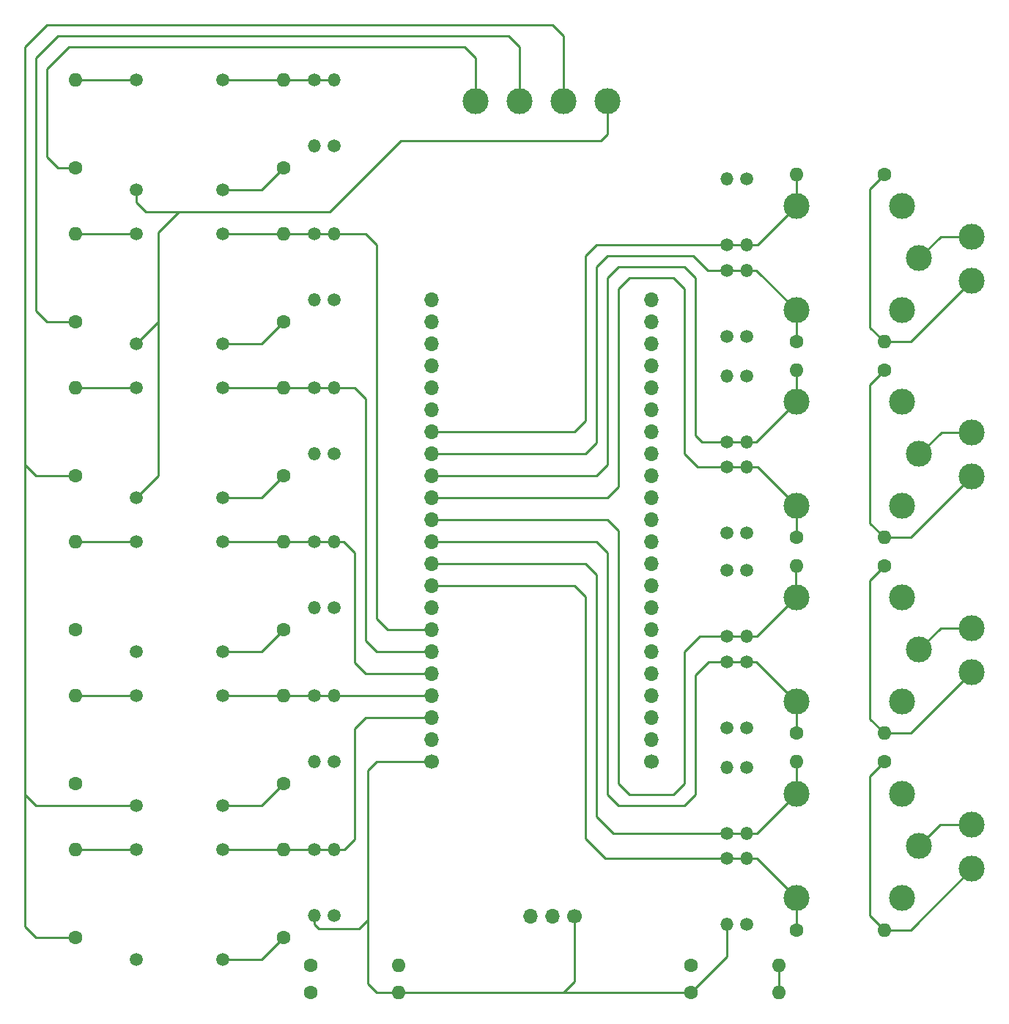
<source format=gbr>
%TF.GenerationSoftware,KiCad,Pcbnew,7.0.10*%
%TF.CreationDate,2024-03-05T20:19:52-03:00*%
%TF.ProjectId,board,626f6172-642e-46b6-9963-61645f706362,rev?*%
%TF.SameCoordinates,Original*%
%TF.FileFunction,Copper,L1,Top*%
%TF.FilePolarity,Positive*%
%FSLAX46Y46*%
G04 Gerber Fmt 4.6, Leading zero omitted, Abs format (unit mm)*
G04 Created by KiCad (PCBNEW 7.0.10) date 2024-03-05 20:19:52*
%MOMM*%
%LPD*%
G01*
G04 APERTURE LIST*
%TA.AperFunction,ComponentPad*%
%ADD10O,1.700000X1.700000*%
%TD*%
%TA.AperFunction,ComponentPad*%
%ADD11C,1.700000*%
%TD*%
%TA.AperFunction,ComponentPad*%
%ADD12C,3.000000*%
%TD*%
%TA.AperFunction,ComponentPad*%
%ADD13O,1.500000X1.500000*%
%TD*%
%TA.AperFunction,ComponentPad*%
%ADD14C,1.500000*%
%TD*%
%TA.AperFunction,ComponentPad*%
%ADD15O,1.600000X1.600000*%
%TD*%
%TA.AperFunction,ComponentPad*%
%ADD16C,1.600000*%
%TD*%
%TA.AperFunction,ComponentPad*%
%ADD17C,1.508000*%
%TD*%
%TA.AperFunction,Conductor*%
%ADD18C,0.250000*%
%TD*%
G04 APERTURE END LIST*
D10*
%TO.P,ESP32-S3_FRONT1,22,Pin_22*%
%TO.N,VCC*%
X70417000Y-52959000D03*
%TO.P,ESP32-S3_FRONT1,21,Pin_21*%
%TO.N,unconnected-(ESP32-S3_FRONT1-Pin_21-Pad21)*%
X70417000Y-55499000D03*
%TO.P,ESP32-S3_FRONT1,20,Pin_20*%
%TO.N,unconnected-(ESP32-S3_FRONT1-Pin_20-Pad20)*%
X70417000Y-58039000D03*
%TO.P,ESP32-S3_FRONT1,19,Pin_19*%
%TO.N,unconnected-(ESP32-S3_FRONT1-Pin_19-Pad19)*%
X70417000Y-60579000D03*
%TO.P,ESP32-S3_FRONT1,18,Pin_18*%
%TO.N,unconnected-(ESP32-S3_FRONT1-Pin_18-Pad18)*%
X70417000Y-63119000D03*
%TO.P,ESP32-S3_FRONT1,17,Pin_17*%
%TO.N,unconnected-(ESP32-S3_FRONT1-Pin_17-Pad17)*%
X70417000Y-65659000D03*
%TO.P,ESP32-S3_FRONT1,16,Pin_16*%
%TO.N,Current_A_50A*%
X70417000Y-68199000D03*
%TO.P,ESP32-S3_FRONT1,15,Pin_15*%
%TO.N,Current_A_200A*%
X70417000Y-70739000D03*
%TO.P,ESP32-S3_FRONT1,14,Pin_14*%
%TO.N,Current_B_50A*%
X70417000Y-73279000D03*
%TO.P,ESP32-S3_FRONT1,13,Pin_13*%
%TO.N,Current_B_200A*%
X70417000Y-75819000D03*
%TO.P,ESP32-S3_FRONT1,12,Pin_12*%
%TO.N,Current_C_50A*%
X70417000Y-78359000D03*
%TO.P,ESP32-S3_FRONT1,11,Pin_11*%
%TO.N,Current_C_200A*%
X70417000Y-80899000D03*
%TO.P,ESP32-S3_FRONT1,10,Pin_10*%
%TO.N,Current_N_150A*%
X70417000Y-83439000D03*
%TO.P,ESP32-S3_FRONT1,9,Pin_9*%
%TO.N,Current_N_600A*%
X70417000Y-85979000D03*
%TO.P,ESP32-S3_FRONT1,8,Pin_8*%
%TO.N,Line_A_Wave*%
X70417000Y-88519000D03*
%TO.P,ESP32-S3_FRONT1,7,Pin_7*%
%TO.N,Line_B_Wave*%
X70417000Y-91059000D03*
%TO.P,ESP32-S3_FRONT1,6,Pin_6*%
%TO.N,Line_C_Wave*%
X70417000Y-93599000D03*
%TO.P,ESP32-S3_FRONT1,5,Pin_5*%
%TO.N,Line_AB_Wave*%
X70417000Y-96139000D03*
%TO.P,ESP32-S3_FRONT1,4,Pin_4*%
%TO.N,Line_BC_Wave*%
X70417000Y-98679000D03*
%TO.P,ESP32-S3_FRONT1,3,Pin_3*%
%TO.N,Line_AC_Wave*%
X70417000Y-101219000D03*
%TO.P,ESP32-S3_FRONT1,2,Pin_2*%
%TO.N,unconnected-(ESP32-S3_FRONT1-Pin_2-Pad2)*%
X70417000Y-103759000D03*
D11*
%TO.P,ESP32-S3_FRONT1,1,Pin_1*%
%TO.N,GND*%
X70417000Y-106299000D03*
%TD*%
D12*
%TO.P,N  C,2,Pin_2*%
%TO.N,Line_C*%
X85657000Y-29972000D03*
%TO.P,N  C,1,Pin_1*%
%TO.N,Neutral*%
X90737000Y-29972000D03*
%TD*%
D13*
%TO.P,DZ14,2,A*%
%TO.N,Current_A_50A*%
X106812000Y-46609000D03*
D14*
%TO.P,DZ14,1,K*%
%TO.N,VCC*%
X106812000Y-38989000D03*
%TD*%
D10*
%TO.P,ESP32-S3_BACK1,22,Pin_22*%
%TO.N,unconnected-(ESP32-S3_BACK1-Pin_22-Pad22)*%
X95817000Y-52959000D03*
%TO.P,ESP32-S3_BACK1,21,Pin_21*%
%TO.N,unconnected-(ESP32-S3_BACK1-Pin_21-Pad21)*%
X95817000Y-55499000D03*
%TO.P,ESP32-S3_BACK1,20,Pin_20*%
%TO.N,unconnected-(ESP32-S3_BACK1-Pin_20-Pad20)*%
X95817000Y-58039000D03*
%TO.P,ESP32-S3_BACK1,19,Pin_19*%
%TO.N,unconnected-(ESP32-S3_BACK1-Pin_19-Pad19)*%
X95817000Y-60579000D03*
%TO.P,ESP32-S3_BACK1,18,Pin_18*%
%TO.N,unconnected-(ESP32-S3_BACK1-Pin_18-Pad18)*%
X95817000Y-63119000D03*
%TO.P,ESP32-S3_BACK1,17,Pin_17*%
%TO.N,unconnected-(ESP32-S3_BACK1-Pin_17-Pad17)*%
X95817000Y-65659000D03*
%TO.P,ESP32-S3_BACK1,16,Pin_16*%
%TO.N,unconnected-(ESP32-S3_BACK1-Pin_16-Pad16)*%
X95817000Y-68199000D03*
%TO.P,ESP32-S3_BACK1,15,Pin_15*%
%TO.N,unconnected-(ESP32-S3_BACK1-Pin_15-Pad15)*%
X95817000Y-70739000D03*
%TO.P,ESP32-S3_BACK1,14,Pin_14*%
%TO.N,unconnected-(ESP32-S3_BACK1-Pin_14-Pad14)*%
X95817000Y-73279000D03*
%TO.P,ESP32-S3_BACK1,13,Pin_13*%
%TO.N,unconnected-(ESP32-S3_BACK1-Pin_13-Pad13)*%
X95817000Y-75819000D03*
%TO.P,ESP32-S3_BACK1,12,Pin_12*%
%TO.N,unconnected-(ESP32-S3_BACK1-Pin_12-Pad12)*%
X95817000Y-78359000D03*
%TO.P,ESP32-S3_BACK1,11,Pin_11*%
%TO.N,unconnected-(ESP32-S3_BACK1-Pin_11-Pad11)*%
X95817000Y-80899000D03*
%TO.P,ESP32-S3_BACK1,10,Pin_10*%
%TO.N,unconnected-(ESP32-S3_BACK1-Pin_10-Pad10)*%
X95817000Y-83439000D03*
%TO.P,ESP32-S3_BACK1,9,Pin_9*%
%TO.N,unconnected-(ESP32-S3_BACK1-Pin_9-Pad9)*%
X95817000Y-85979000D03*
%TO.P,ESP32-S3_BACK1,8,Pin_8*%
%TO.N,unconnected-(ESP32-S3_BACK1-Pin_8-Pad8)*%
X95817000Y-88519000D03*
%TO.P,ESP32-S3_BACK1,7,Pin_7*%
%TO.N,unconnected-(ESP32-S3_BACK1-Pin_7-Pad7)*%
X95817000Y-91059000D03*
%TO.P,ESP32-S3_BACK1,6,Pin_6*%
%TO.N,unconnected-(ESP32-S3_BACK1-Pin_6-Pad6)*%
X95817000Y-93599000D03*
%TO.P,ESP32-S3_BACK1,5,Pin_5*%
%TO.N,unconnected-(ESP32-S3_BACK1-Pin_5-Pad5)*%
X95817000Y-96139000D03*
%TO.P,ESP32-S3_BACK1,4,Pin_4*%
%TO.N,unconnected-(ESP32-S3_BACK1-Pin_4-Pad4)*%
X95817000Y-98679000D03*
%TO.P,ESP32-S3_BACK1,3,Pin_3*%
%TO.N,unconnected-(ESP32-S3_BACK1-Pin_3-Pad3)*%
X95817000Y-101219000D03*
%TO.P,ESP32-S3_BACK1,2,Pin_2*%
%TO.N,unconnected-(ESP32-S3_BACK1-Pin_2-Pad2)*%
X95817000Y-103759000D03*
D11*
%TO.P,ESP32-S3_BACK1,1,Pin_1*%
%TO.N,unconnected-(ESP32-S3_BACK1-Pin_1-Pad1)*%
X95817000Y-106299000D03*
%TD*%
D15*
%TO.P,R11,2*%
%TO.N,Line_AC_Load*%
X29269000Y-116459000D03*
D16*
%TO.P,R11,1*%
%TO.N,Line_C*%
X29269000Y-126619000D03*
%TD*%
D13*
%TO.P,DZ18,2,A*%
%TO.N,Current_B_50A*%
X106812000Y-69342000D03*
D14*
%TO.P,DZ18,1,K*%
%TO.N,VCC*%
X106812000Y-61722000D03*
%TD*%
D13*
%TO.P,DZ20,2,A*%
%TO.N,Current_B_200A*%
X106812000Y-72263000D03*
D14*
%TO.P,DZ20,1,K*%
%TO.N,VCC*%
X106812000Y-79883000D03*
%TD*%
D17*
%TO.P,T4,4*%
%TO.N,Line_AB_Wave*%
X46287000Y-80899000D03*
%TO.P,T4,3*%
%TO.N,V_Ref_V*%
X46287000Y-93599000D03*
%TO.P,T4,2*%
%TO.N,Line_B*%
X36287000Y-93599000D03*
%TO.P,T4,1*%
%TO.N,Line_AB_Load*%
X36287000Y-80899000D03*
%TD*%
D15*
%TO.P,R23,2*%
%TO.N,V_Ref_C*%
X110568000Y-129794000D03*
D16*
%TO.P,R23,1*%
%TO.N,VCC*%
X100408000Y-129794000D03*
%TD*%
D12*
%TO.P,Current N,2,Pin_2*%
%TO.N,N_Current*%
X132811000Y-113569000D03*
%TO.P,Current N,1,Pin_1*%
%TO.N,V_Ref_C*%
X132811000Y-118649000D03*
%TD*%
D13*
%TO.P,DZ22,2,A*%
%TO.N,Current_C_50A*%
X106812000Y-91821000D03*
D14*
%TO.P,DZ22,1,K*%
%TO.N,VCC*%
X106812000Y-84201000D03*
%TD*%
D13*
%TO.P,DZ25,2,A*%
%TO.N,GND*%
X104526000Y-106934000D03*
D14*
%TO.P,DZ25,1,K*%
%TO.N,Current_N_150A*%
X104526000Y-114554000D03*
%TD*%
D15*
%TO.P,R21,2*%
%TO.N,VCC*%
X66607000Y-129794000D03*
D16*
%TO.P,R21,1*%
%TO.N,V_Ref_V*%
X56447000Y-129794000D03*
%TD*%
D14*
%TO.P,DZ19,2,A*%
%TO.N,GND*%
X104526000Y-79883000D03*
%TO.P,DZ19,1,K*%
%TO.N,Current_B_200A*%
X104526000Y-72263000D03*
%TD*%
%TO.P,DZ24,2,A*%
%TO.N,Current_C_200A*%
X106812000Y-94742000D03*
%TO.P,DZ24,1,K*%
%TO.N,VCC*%
X106812000Y-102362000D03*
%TD*%
D13*
%TO.P,DZ2,2,A*%
%TO.N,Line_A_Wave*%
X59114000Y-27559000D03*
D14*
%TO.P,DZ2,1,K*%
%TO.N,VCC*%
X59114000Y-35179000D03*
%TD*%
D12*
%TO.P,K1,A2*%
%TO.N,GND*%
X124727000Y-54133000D03*
%TO.P,K1,A1*%
%TO.N,Select_Current*%
X124727000Y-42133000D03*
%TO.P,K1,14*%
%TO.N,Current_A_50A*%
X112527000Y-42133000D03*
%TO.P,K1,12*%
%TO.N,Current_A_200A*%
X112527000Y-54133000D03*
%TO.P,K1,11*%
%TO.N,A_Current*%
X126727000Y-48133000D03*
%TD*%
D13*
%TO.P,DZ7,2,A*%
%TO.N,GND*%
X56828000Y-88519000D03*
D14*
%TO.P,DZ7,1,K*%
%TO.N,Line_AB_Wave*%
X56828000Y-80899000D03*
%TD*%
%TO.P,DZ15,2,A*%
%TO.N,GND*%
X104526000Y-57150000D03*
%TO.P,DZ15,1,K*%
%TO.N,Current_A_200A*%
X104526000Y-49530000D03*
%TD*%
D12*
%TO.P,Current C,2,Pin_2*%
%TO.N,C_Current*%
X132811000Y-90836000D03*
%TO.P,Current C,1,Pin_1*%
%TO.N,V_Ref_C*%
X132811000Y-95916000D03*
%TD*%
D17*
%TO.P,T2,4*%
%TO.N,Line_B_Wave*%
X46277000Y-45339000D03*
%TO.P,T2,3*%
%TO.N,V_Ref_V*%
X46277000Y-58039000D03*
%TO.P,T2,2*%
%TO.N,Neutral*%
X36277000Y-58039000D03*
%TO.P,T2,1*%
%TO.N,Line_B_Load*%
X36277000Y-45339000D03*
%TD*%
%TO.P,T3,4*%
%TO.N,Line_C_Wave*%
X46287000Y-63119000D03*
%TO.P,T3,3*%
%TO.N,V_Ref_V*%
X46287000Y-75819000D03*
%TO.P,T3,2*%
%TO.N,Neutral*%
X36287000Y-75819000D03*
%TO.P,T3,1*%
%TO.N,Line_C_Load*%
X36287000Y-63119000D03*
%TD*%
D12*
%TO.P,Current B,2,Pin_2*%
%TO.N,B_Current*%
X132811000Y-68230000D03*
%TO.P,Current B,1,Pin_1*%
%TO.N,V_Ref_C*%
X132811000Y-73310000D03*
%TD*%
D13*
%TO.P,DZ13,2,A*%
%TO.N,GND*%
X104526000Y-38989000D03*
D14*
%TO.P,DZ13,1,K*%
%TO.N,Current_A_50A*%
X104526000Y-46609000D03*
%TD*%
D15*
%TO.P,R17,2*%
%TO.N,Current_C_50A*%
X112527000Y-83693000D03*
D16*
%TO.P,R17,1*%
%TO.N,V_Ref_C*%
X122687000Y-83693000D03*
%TD*%
D15*
%TO.P,R7,2*%
%TO.N,Line_AB_Load*%
X29287000Y-80899000D03*
D16*
%TO.P,R7,1*%
%TO.N,Line_A*%
X29287000Y-91059000D03*
%TD*%
D11*
%TO.P,Current Level,1,A*%
%TO.N,GND*%
X86912000Y-124104000D03*
D10*
%TO.P,Current Level,2,B*%
%TO.N,Select_Current*%
X84372000Y-124104000D03*
%TO.P,Current Level,3,C*%
%TO.N,VCC*%
X81832000Y-124104000D03*
%TD*%
D12*
%TO.P,Current A,2,Pin_2*%
%TO.N,A_Current*%
X132811000Y-45624000D03*
%TO.P,Current A,1,Pin_1*%
%TO.N,V_Ref_C*%
X132811000Y-50704000D03*
%TD*%
D15*
%TO.P,R12,2*%
%TO.N,Line_AC_Wave*%
X53272000Y-116459000D03*
D16*
%TO.P,R12,1*%
%TO.N,V_Ref_V*%
X53272000Y-126619000D03*
%TD*%
D15*
%TO.P,R15,2*%
%TO.N,Current_B_50A*%
X112527000Y-61087000D03*
D16*
%TO.P,R15,1*%
%TO.N,V_Ref_C*%
X122687000Y-61087000D03*
%TD*%
D17*
%TO.P,T1,4*%
%TO.N,Line_A_Wave*%
X46287000Y-27559000D03*
%TO.P,T1,3*%
%TO.N,V_Ref_V*%
X46287000Y-40259000D03*
%TO.P,T1,2*%
%TO.N,Neutral*%
X36287000Y-40259000D03*
%TO.P,T1,1*%
%TO.N,Line_A_Load*%
X36287000Y-27559000D03*
%TD*%
D13*
%TO.P,DZ10,2,A*%
%TO.N,Line_BC_Wave*%
X59114000Y-98679000D03*
D14*
%TO.P,DZ10,1,K*%
%TO.N,VCC*%
X59114000Y-106299000D03*
%TD*%
D15*
%TO.P,R16,2*%
%TO.N,V_Ref_C*%
X122687000Y-80391000D03*
D16*
%TO.P,R16,1*%
%TO.N,Current_B_200A*%
X112527000Y-80391000D03*
%TD*%
D15*
%TO.P,R6,2*%
%TO.N,Line_C_Wave*%
X53272000Y-63119000D03*
D16*
%TO.P,R6,1*%
%TO.N,V_Ref_V*%
X53272000Y-73279000D03*
%TD*%
D13*
%TO.P,DZ27,2,A*%
%TO.N,GND*%
X104526000Y-125095000D03*
D14*
%TO.P,DZ27,1,K*%
%TO.N,Current_N_600A*%
X104526000Y-117475000D03*
%TD*%
D13*
%TO.P,DZ3,2,A*%
%TO.N,GND*%
X56828000Y-52959000D03*
D14*
%TO.P,DZ3,1,K*%
%TO.N,Line_B_Wave*%
X56828000Y-45339000D03*
%TD*%
D13*
%TO.P,DZ8,2,A*%
%TO.N,Line_AB_Wave*%
X59114000Y-80899000D03*
D14*
%TO.P,DZ8,1,K*%
%TO.N,VCC*%
X59114000Y-88519000D03*
%TD*%
D12*
%TO.P,K4,A2*%
%TO.N,GND*%
X124727000Y-121982000D03*
%TO.P,K4,A1*%
%TO.N,Select_Current*%
X124727000Y-109982000D03*
%TO.P,K4,14*%
%TO.N,Current_N_150A*%
X112527000Y-109982000D03*
%TO.P,K4,12*%
%TO.N,Current_N_600A*%
X112527000Y-121982000D03*
%TO.P,K4,11*%
%TO.N,N_Current*%
X126727000Y-115982000D03*
%TD*%
D15*
%TO.P,R4,2*%
%TO.N,Line_B_Wave*%
X53272000Y-45339000D03*
D16*
%TO.P,R4,1*%
%TO.N,V_Ref_V*%
X53272000Y-55499000D03*
%TD*%
D15*
%TO.P,R10,2*%
%TO.N,Line_BC_Wave*%
X53272000Y-98679000D03*
D16*
%TO.P,R10,1*%
%TO.N,V_Ref_V*%
X53272000Y-108839000D03*
%TD*%
D13*
%TO.P,DZ4,2,A*%
%TO.N,Line_B_Wave*%
X59114000Y-45339000D03*
D14*
%TO.P,DZ4,1,K*%
%TO.N,VCC*%
X59114000Y-52959000D03*
%TD*%
D12*
%TO.P,B  A,2,Pin_2*%
%TO.N,Line_A*%
X75497000Y-29972000D03*
%TO.P,B  A,1,Pin_1*%
%TO.N,Line_B*%
X80577000Y-29972000D03*
%TD*%
D15*
%TO.P,R22,2*%
%TO.N,GND*%
X66607000Y-132969000D03*
D16*
%TO.P,R22,1*%
%TO.N,V_Ref_V*%
X56447000Y-132969000D03*
%TD*%
D15*
%TO.P,R13,2*%
%TO.N,Current_A_50A*%
X112527000Y-38481000D03*
D16*
%TO.P,R13,1*%
%TO.N,V_Ref_C*%
X122687000Y-38481000D03*
%TD*%
D15*
%TO.P,R1,2*%
%TO.N,Line_A_Load*%
X29287000Y-27559000D03*
D16*
%TO.P,R1,1*%
%TO.N,Line_A*%
X29287000Y-37719000D03*
%TD*%
D13*
%TO.P,DZ12,2,A*%
%TO.N,Line_AC_Wave*%
X59114000Y-116459000D03*
D14*
%TO.P,DZ12,1,K*%
%TO.N,VCC*%
X59114000Y-124079000D03*
%TD*%
D13*
%TO.P,DZ16,2,A*%
%TO.N,Current_A_200A*%
X106812000Y-49530000D03*
D14*
%TO.P,DZ16,1,K*%
%TO.N,VCC*%
X106812000Y-57150000D03*
%TD*%
D12*
%TO.P,K2,A2*%
%TO.N,GND*%
X124727000Y-76739000D03*
%TO.P,K2,A1*%
%TO.N,Select_Current*%
X124727000Y-64739000D03*
%TO.P,K2,14*%
%TO.N,Current_B_50A*%
X112527000Y-64739000D03*
%TO.P,K2,12*%
%TO.N,Current_B_200A*%
X112527000Y-76739000D03*
%TO.P,K2,11*%
%TO.N,B_Current*%
X126727000Y-70739000D03*
%TD*%
D13*
%TO.P,DZ28,2,A*%
%TO.N,Current_N_600A*%
X106812000Y-117475000D03*
D14*
%TO.P,DZ28,1,K*%
%TO.N,VCC*%
X106812000Y-125095000D03*
%TD*%
D15*
%TO.P,R2,2*%
%TO.N,Line_A_Wave*%
X53272000Y-27559000D03*
D16*
%TO.P,R2,1*%
%TO.N,V_Ref_V*%
X53272000Y-37719000D03*
%TD*%
D14*
%TO.P,DZ23,2,A*%
%TO.N,GND*%
X104526000Y-102362000D03*
%TO.P,DZ23,1,K*%
%TO.N,Current_C_200A*%
X104526000Y-94742000D03*
%TD*%
D12*
%TO.P,K3,A2*%
%TO.N,GND*%
X124727000Y-99345000D03*
%TO.P,K3,A1*%
%TO.N,Select_Current*%
X124727000Y-87345000D03*
%TO.P,K3,14*%
%TO.N,Current_C_50A*%
X112527000Y-87345000D03*
%TO.P,K3,12*%
%TO.N,Current_C_200A*%
X112527000Y-99345000D03*
%TO.P,K3,11*%
%TO.N,C_Current*%
X126727000Y-93345000D03*
%TD*%
D15*
%TO.P,R3,2*%
%TO.N,Line_B_Load*%
X29287000Y-45339000D03*
D16*
%TO.P,R3,1*%
%TO.N,Line_B*%
X29287000Y-55499000D03*
%TD*%
D14*
%TO.P,DZ21,2,A*%
%TO.N,GND*%
X104526000Y-84201000D03*
%TO.P,DZ21,1,K*%
%TO.N,Current_C_50A*%
X104526000Y-91821000D03*
%TD*%
D13*
%TO.P,DZ5,2,A*%
%TO.N,GND*%
X56828000Y-70729000D03*
D14*
%TO.P,DZ5,1,K*%
%TO.N,Line_C_Wave*%
X56828000Y-63109000D03*
%TD*%
D15*
%TO.P,R8,2*%
%TO.N,Line_AB_Wave*%
X53272000Y-80899000D03*
D16*
%TO.P,R8,1*%
%TO.N,V_Ref_V*%
X53272000Y-91059000D03*
%TD*%
D17*
%TO.P,T5,4*%
%TO.N,Line_BC_Wave*%
X46287000Y-98679000D03*
%TO.P,T5,3*%
%TO.N,V_Ref_V*%
X46287000Y-111379000D03*
%TO.P,T5,2*%
%TO.N,Line_C*%
X36287000Y-111379000D03*
%TO.P,T5,1*%
%TO.N,Line_BC_Load*%
X36287000Y-98679000D03*
%TD*%
D15*
%TO.P,R24,2*%
%TO.N,V_Ref_C*%
X110549000Y-132969000D03*
D16*
%TO.P,R24,1*%
%TO.N,GND*%
X100389000Y-132969000D03*
%TD*%
D15*
%TO.P,R20,2*%
%TO.N,V_Ref_C*%
X122687000Y-125730000D03*
D16*
%TO.P,R20,1*%
%TO.N,Current_N_600A*%
X112527000Y-125730000D03*
%TD*%
D15*
%TO.P,R9,2*%
%TO.N,Line_BC_Load*%
X29287000Y-98679000D03*
D16*
%TO.P,R9,1*%
%TO.N,Line_B*%
X29287000Y-108839000D03*
%TD*%
D15*
%TO.P,R18,2*%
%TO.N,V_Ref_C*%
X122687000Y-102997000D03*
D16*
%TO.P,R18,1*%
%TO.N,Current_C_200A*%
X112527000Y-102997000D03*
%TD*%
D13*
%TO.P,DZ6,2,A*%
%TO.N,Line_C_Wave*%
X59114000Y-63119000D03*
D14*
%TO.P,DZ6,1,K*%
%TO.N,VCC*%
X59114000Y-70739000D03*
%TD*%
D13*
%TO.P,DZ26,2,A*%
%TO.N,Current_N_150A*%
X106812000Y-114554000D03*
D14*
%TO.P,DZ26,1,K*%
%TO.N,VCC*%
X106812000Y-106934000D03*
%TD*%
D17*
%TO.P,T6,4*%
%TO.N,Line_AC_Wave*%
X46287000Y-116459000D03*
%TO.P,T6,3*%
%TO.N,V_Ref_V*%
X46287000Y-129159000D03*
%TO.P,T6,2*%
%TO.N,Line_A*%
X36287000Y-129159000D03*
%TO.P,T6,1*%
%TO.N,Line_AC_Load*%
X36287000Y-116459000D03*
%TD*%
D13*
%TO.P,DZ11,2,A*%
%TO.N,GND*%
X56823000Y-124074000D03*
D14*
%TO.P,DZ11,1,K*%
%TO.N,Line_AC_Wave*%
X56823000Y-116454000D03*
%TD*%
D15*
%TO.P,R14,2*%
%TO.N,V_Ref_C*%
X122687000Y-57785000D03*
D16*
%TO.P,R14,1*%
%TO.N,Current_A_200A*%
X112527000Y-57785000D03*
%TD*%
D15*
%TO.P,R5,2*%
%TO.N,Line_C_Load*%
X29287000Y-63119000D03*
D16*
%TO.P,R5,1*%
%TO.N,Line_C*%
X29287000Y-73279000D03*
%TD*%
D13*
%TO.P,DZ17,2,A*%
%TO.N,GND*%
X104526000Y-61722000D03*
D14*
%TO.P,DZ17,1,K*%
%TO.N,Current_B_50A*%
X104526000Y-69342000D03*
%TD*%
D13*
%TO.P,DZ9,2,A*%
%TO.N,GND*%
X56828000Y-106299000D03*
D14*
%TO.P,DZ9,1,K*%
%TO.N,Line_BC_Wave*%
X56828000Y-98679000D03*
%TD*%
D13*
%TO.P,DZ1,2,A*%
%TO.N,GND*%
X56828000Y-35179000D03*
D14*
%TO.P,DZ1,1,K*%
%TO.N,Line_A_Wave*%
X56828000Y-27559000D03*
%TD*%
D15*
%TO.P,R19,2*%
%TO.N,Current_N_150A*%
X112527000Y-106299000D03*
D16*
%TO.P,R19,1*%
%TO.N,V_Ref_C*%
X122687000Y-106299000D03*
%TD*%
D18*
%TO.N,Current_A_50A*%
X89467000Y-46609000D02*
X88197000Y-47879000D01*
X104526000Y-46609000D02*
X89467000Y-46609000D01*
X86927000Y-68199000D02*
X70417000Y-68199000D01*
X88197000Y-47879000D02*
X88197000Y-66929000D01*
X88197000Y-66929000D02*
X86927000Y-68199000D01*
%TO.N,Line_AC_Wave*%
X59109000Y-116454000D02*
X59114000Y-116459000D01*
X61527000Y-115252500D02*
X61527000Y-102489000D01*
X61527000Y-102489000D02*
X62797000Y-101219000D01*
X56823000Y-116454000D02*
X59109000Y-116454000D01*
X53272000Y-116459000D02*
X56818000Y-116459000D01*
X53272000Y-116459000D02*
X46287000Y-116459000D01*
X56818000Y-116459000D02*
X56823000Y-116454000D01*
X62797000Y-101219000D02*
X70417000Y-101219000D01*
X59114000Y-116459000D02*
X60320500Y-116459000D01*
X60320500Y-116459000D02*
X61527000Y-115252500D01*
%TO.N,GND*%
X100389000Y-132969000D02*
X104526000Y-128832000D01*
X58987000Y-125603000D02*
X57336000Y-125603000D01*
X63051000Y-131953000D02*
X63051000Y-124587000D01*
X66607000Y-132969000D02*
X64067000Y-132969000D01*
X85657000Y-132969000D02*
X100389000Y-132969000D01*
X64067000Y-132969000D02*
X63051000Y-131953000D01*
X70417000Y-106299000D02*
X64067000Y-106299000D01*
X86912000Y-124104000D02*
X86912000Y-131714000D01*
X104526000Y-128832000D02*
X104526000Y-125095000D01*
X86912000Y-131714000D02*
X85657000Y-132969000D01*
X57336000Y-125603000D02*
X56823000Y-125090000D01*
X56823000Y-125090000D02*
X56823000Y-124074000D01*
X63051000Y-107315000D02*
X63051000Y-124587000D01*
X64067000Y-106299000D02*
X63051000Y-107315000D01*
X63051000Y-124587000D02*
X62035000Y-125603000D01*
X62035000Y-125603000D02*
X58987000Y-125603000D01*
X66607000Y-132969000D02*
X85657000Y-132969000D01*
%TO.N,Line_BC_Wave*%
X59114000Y-98679000D02*
X70417000Y-98679000D01*
X46287000Y-98679000D02*
X53272000Y-98679000D01*
X53272000Y-98679000D02*
X56828000Y-98679000D01*
X59114000Y-98679000D02*
X56828000Y-98679000D01*
%TO.N,Line_AB_Wave*%
X61527000Y-94869000D02*
X62797000Y-96139000D01*
X46287000Y-80899000D02*
X53272000Y-80899000D01*
X59114000Y-80899000D02*
X60257000Y-80899000D01*
X60257000Y-80899000D02*
X61527000Y-82169000D01*
X62797000Y-96139000D02*
X70417000Y-96139000D01*
X59114000Y-80899000D02*
X56828000Y-80899000D01*
X53272000Y-80899000D02*
X56828000Y-80899000D01*
X61527000Y-82169000D02*
X61527000Y-94869000D01*
%TO.N,Line_C_Wave*%
X46287000Y-63119000D02*
X53272000Y-63119000D01*
X62797000Y-64389000D02*
X62797000Y-92329000D01*
X61527000Y-63119000D02*
X62797000Y-64389000D01*
X53272000Y-63119000D02*
X56818000Y-63119000D01*
X56818000Y-63119000D02*
X56828000Y-63109000D01*
X64067000Y-93599000D02*
X70417000Y-93599000D01*
X62797000Y-92329000D02*
X64067000Y-93599000D01*
X56828000Y-63109000D02*
X59104000Y-63109000D01*
X59114000Y-63119000D02*
X61527000Y-63119000D01*
%TO.N,Line_B_Wave*%
X65337000Y-91059000D02*
X64067000Y-89789000D01*
X59114000Y-45339000D02*
X56828000Y-45339000D01*
X70417000Y-91059000D02*
X65337000Y-91059000D01*
X46277000Y-45339000D02*
X53272000Y-45339000D01*
X64067000Y-89789000D02*
X64067000Y-46609000D01*
X53272000Y-45339000D02*
X56828000Y-45339000D01*
X62797000Y-45339000D02*
X59114000Y-45339000D01*
X64067000Y-46609000D02*
X62797000Y-45339000D01*
%TO.N,Line_A_Wave*%
X56828000Y-27559000D02*
X59114000Y-27559000D01*
X46287000Y-27559000D02*
X53272000Y-27559000D01*
X53272000Y-27559000D02*
X56828000Y-27559000D01*
%TO.N,Current_A_50A*%
X106812000Y-46609000D02*
X108051000Y-46609000D01*
X112527000Y-42133000D02*
X112527000Y-38481000D01*
X108051000Y-46609000D02*
X112527000Y-42133000D01*
X104526000Y-46609000D02*
X106812000Y-46609000D01*
%TO.N,Current_A_200A*%
X107924000Y-49530000D02*
X112527000Y-54133000D01*
X106812000Y-49530000D02*
X107924000Y-49530000D01*
X100643000Y-47879000D02*
X102294000Y-49530000D01*
X89467000Y-69469000D02*
X89467000Y-49149000D01*
X70417000Y-70739000D02*
X88197000Y-70739000D01*
X112527000Y-54133000D02*
X112527000Y-57785000D01*
X88197000Y-70739000D02*
X89467000Y-69469000D01*
X102294000Y-49530000D02*
X104526000Y-49530000D01*
X104526000Y-49530000D02*
X106812000Y-49530000D01*
X90737000Y-47879000D02*
X100643000Y-47879000D01*
X89467000Y-49149000D02*
X90737000Y-47879000D01*
%TO.N,Current_B_50A*%
X104526000Y-69342000D02*
X101656500Y-69342000D01*
X100897000Y-50419000D02*
X99627000Y-49149000D01*
X106812000Y-69342000D02*
X107924000Y-69342000D01*
X107924000Y-69342000D02*
X112527000Y-64739000D01*
X99627000Y-49149000D02*
X92007000Y-49149000D01*
X89467000Y-73279000D02*
X70417000Y-73279000D01*
X104526000Y-69342000D02*
X106812000Y-69342000D01*
X100897000Y-68582500D02*
X100897000Y-50414000D01*
X90737000Y-50419000D02*
X90737000Y-72009000D01*
X92007000Y-49149000D02*
X90737000Y-50419000D01*
X90737000Y-72009000D02*
X89467000Y-73279000D01*
X112527000Y-61087000D02*
X112527000Y-64739000D01*
X101656500Y-69342000D02*
X100897000Y-68582500D01*
%TO.N,Current_B_200A*%
X104526000Y-72263000D02*
X106812000Y-72263000D01*
X98357000Y-50419000D02*
X99627000Y-51689000D01*
X101151000Y-72263000D02*
X104526000Y-72263000D01*
X99627000Y-51689000D02*
X99627000Y-70739000D01*
X92007000Y-51689000D02*
X93277000Y-50419000D01*
X108051000Y-72263000D02*
X106812000Y-72263000D01*
X92007000Y-74549000D02*
X92007000Y-51689000D01*
X93277000Y-50419000D02*
X98357000Y-50419000D01*
X90737000Y-75819000D02*
X92007000Y-74549000D01*
X112527000Y-76739000D02*
X108051000Y-72263000D01*
X104366604Y-72263000D02*
X104526000Y-72263000D01*
X112527000Y-76739000D02*
X112527000Y-80391000D01*
X70417000Y-75819000D02*
X90737000Y-75819000D01*
X99627000Y-70739000D02*
X101151000Y-72263000D01*
%TO.N,Current_N_600A*%
X90483000Y-117475000D02*
X104526000Y-117475000D01*
X108020000Y-117475000D02*
X106812000Y-117475000D01*
X104526000Y-117475000D02*
X106812000Y-117475000D01*
X88197000Y-115189000D02*
X90483000Y-117475000D01*
X112527000Y-125730000D02*
X112527000Y-121982000D01*
X112527000Y-121982000D02*
X108020000Y-117475000D01*
X88197000Y-87249000D02*
X88197000Y-115189000D01*
X70417000Y-85979000D02*
X86927000Y-85979000D01*
X86927000Y-85979000D02*
X88197000Y-87249000D01*
%TO.N,Current_N_150A*%
X89467000Y-84709000D02*
X88197000Y-83439000D01*
X112527000Y-106299000D02*
X112527000Y-109982000D01*
X89467000Y-112649000D02*
X89467000Y-84709000D01*
X107955000Y-114554000D02*
X106812000Y-114554000D01*
X112527000Y-109982000D02*
X107955000Y-114554000D01*
X88197000Y-83439000D02*
X70417000Y-83439000D01*
X104526000Y-114554000D02*
X106812000Y-114554000D01*
X91372000Y-114554000D02*
X89467000Y-112649000D01*
X104526000Y-114554000D02*
X91372000Y-114554000D01*
%TO.N,Current_C_50A*%
X92007000Y-79629000D02*
X92007000Y-108839000D01*
X112473000Y-87345000D02*
X107997000Y-91821000D01*
X112473000Y-83747000D02*
X112527000Y-83693000D01*
X99627000Y-108839000D02*
X99627000Y-93599000D01*
X70417000Y-78359000D02*
X90737000Y-78359000D01*
X112473000Y-87345000D02*
X112473000Y-83747000D01*
X90737000Y-78359000D02*
X92007000Y-79629000D01*
X93277000Y-110109000D02*
X98357000Y-110109000D01*
X101405000Y-91821000D02*
X104526000Y-91821000D01*
X106812000Y-91821000D02*
X104526000Y-91821000D01*
X98357000Y-110109000D02*
X99627000Y-108839000D01*
X99627000Y-93599000D02*
X101405000Y-91821000D01*
X107997000Y-91821000D02*
X106812000Y-91821000D01*
X92007000Y-108839000D02*
X93277000Y-110109000D01*
%TO.N,Current_C_200A*%
X107870000Y-94742000D02*
X106812000Y-94742000D01*
X90737000Y-82169000D02*
X90737000Y-110109000D01*
X92007000Y-111379000D02*
X99627000Y-111379000D01*
X99627000Y-111379000D02*
X100897000Y-110109000D01*
X112527000Y-102997000D02*
X112527000Y-99345000D01*
X112473000Y-99345000D02*
X107870000Y-94742000D01*
X100897000Y-96266000D02*
X102421000Y-94742000D01*
X100897000Y-110109000D02*
X100897000Y-96266000D01*
X106812000Y-94742000D02*
X104526000Y-94742000D01*
X90737000Y-110109000D02*
X92007000Y-111379000D01*
X102421000Y-94742000D02*
X104526000Y-94742000D01*
X70417000Y-80899000D02*
X89467000Y-80899000D01*
X89467000Y-80899000D02*
X90737000Y-82169000D01*
%TO.N,Line_B*%
X79307000Y-22479000D02*
X27237000Y-22479000D01*
X24697000Y-25019000D02*
X24697000Y-54229000D01*
X27237000Y-22479000D02*
X24697000Y-25019000D01*
X80577000Y-29972000D02*
X80577000Y-23749000D01*
X24697000Y-54229000D02*
X25967000Y-55499000D01*
X25967000Y-55499000D02*
X29287000Y-55499000D01*
X80577000Y-23749000D02*
X79307000Y-22479000D01*
%TO.N,Line_A*%
X25967000Y-36449000D02*
X27237000Y-37719000D01*
X75497000Y-25019000D02*
X74227000Y-23749000D01*
X75497000Y-29972000D02*
X75497000Y-25019000D01*
X27237000Y-37719000D02*
X29287000Y-37719000D01*
X28507000Y-23749000D02*
X25967000Y-26289000D01*
X25967000Y-26289000D02*
X25967000Y-36449000D01*
X74227000Y-23749000D02*
X28507000Y-23749000D01*
%TO.N,Neutral*%
X36277000Y-58039000D02*
X38827000Y-55489000D01*
X89975000Y-34544000D02*
X90737000Y-33782000D01*
X90737000Y-33782000D02*
X90737000Y-29972000D01*
X36287000Y-75819000D02*
X38827000Y-73279000D01*
X36287000Y-40259000D02*
X36287000Y-41689000D01*
X66861000Y-34544000D02*
X89975000Y-34544000D01*
X37397000Y-42799000D02*
X58606000Y-42799000D01*
X38827000Y-73279000D02*
X38827000Y-55489000D01*
X38827000Y-55489000D02*
X38827000Y-45179000D01*
X38827000Y-45179000D02*
X41207000Y-42799000D01*
X58606000Y-42799000D02*
X66861000Y-34544000D01*
X36287000Y-41689000D02*
X37397000Y-42799000D01*
%TO.N,Line_C*%
X23427000Y-110109000D02*
X23427000Y-125349000D01*
X84387000Y-21209000D02*
X25967000Y-21209000D01*
X24697000Y-126619000D02*
X29269000Y-126619000D01*
X85657000Y-29972000D02*
X85657000Y-22479000D01*
X23427000Y-72009000D02*
X23427000Y-110109000D01*
X23427000Y-23749000D02*
X23427000Y-72009000D01*
X23427000Y-125349000D02*
X24697000Y-126619000D01*
X24697000Y-111379000D02*
X36287000Y-111379000D01*
X23427000Y-110109000D02*
X24697000Y-111379000D01*
X23427000Y-72009000D02*
X24697000Y-73279000D01*
X24697000Y-73279000D02*
X29287000Y-73279000D01*
X25967000Y-21209000D02*
X23427000Y-23749000D01*
X85657000Y-22479000D02*
X84387000Y-21209000D01*
%TO.N,A_Current*%
X129236000Y-45624000D02*
X126727000Y-48133000D01*
X132811000Y-45624000D02*
X129236000Y-45624000D01*
%TO.N,V_Ref_C*%
X122687000Y-57785000D02*
X121036000Y-56134000D01*
X121036000Y-124079000D02*
X121036000Y-107950000D01*
X110568000Y-129794000D02*
X110568000Y-132950000D01*
X121036000Y-62738000D02*
X121036000Y-78740000D01*
X122687000Y-61087000D02*
X121036000Y-62738000D01*
X122687000Y-80391000D02*
X125730000Y-80391000D01*
X125730000Y-102997000D02*
X132811000Y-95916000D01*
X121036000Y-40132000D02*
X122687000Y-38481000D01*
X125730000Y-80391000D02*
X132811000Y-73310000D01*
X122687000Y-102997000D02*
X121036000Y-101346000D01*
X122687000Y-125730000D02*
X125730000Y-125730000D01*
X122687000Y-125730000D02*
X121036000Y-124079000D01*
X125730000Y-125730000D02*
X132811000Y-118649000D01*
X121036000Y-78740000D02*
X122687000Y-80391000D01*
X121036000Y-85344000D02*
X122687000Y-83693000D01*
X121036000Y-107950000D02*
X122687000Y-106299000D01*
X121036000Y-101346000D02*
X121036000Y-85344000D01*
X121036000Y-56134000D02*
X121036000Y-40132000D01*
X122687000Y-57785000D02*
X125730000Y-57785000D01*
X122687000Y-102997000D02*
X125730000Y-102997000D01*
X125730000Y-57785000D02*
X132811000Y-50704000D01*
%TO.N,B_Current*%
X129291000Y-68230000D02*
X126782000Y-70739000D01*
X126782000Y-70739000D02*
X126727000Y-70739000D01*
X132811000Y-68230000D02*
X129291000Y-68230000D01*
%TO.N,C_Current*%
X129236000Y-90836000D02*
X126727000Y-93345000D01*
X132811000Y-90836000D02*
X129236000Y-90836000D01*
%TO.N,N_Current*%
X132811000Y-113569000D02*
X129140000Y-113569000D01*
X129140000Y-113569000D02*
X126727000Y-115982000D01*
%TO.N,Line_A_Load*%
X29287000Y-27559000D02*
X36287000Y-27559000D01*
%TO.N,Line_B_Load*%
X29287000Y-45339000D02*
X36277000Y-45339000D01*
%TO.N,Line_C_Load*%
X36287000Y-63119000D02*
X29287000Y-63119000D01*
%TO.N,Line_AB_Load*%
X36287000Y-80899000D02*
X29287000Y-80899000D01*
%TO.N,Line_BC_Load*%
X29287000Y-98679000D02*
X36287000Y-98679000D01*
%TO.N,Line_AC_Load*%
X29269000Y-116459000D02*
X36287000Y-116459000D01*
%TO.N,V_Ref_V*%
X50732000Y-58039000D02*
X53272000Y-55499000D01*
X50732000Y-93599000D02*
X53272000Y-91059000D01*
X46287000Y-111379000D02*
X50732000Y-111379000D01*
X46287000Y-75819000D02*
X50732000Y-75819000D01*
X50732000Y-75819000D02*
X53272000Y-73279000D01*
X46287000Y-40259000D02*
X50732000Y-40259000D01*
X50732000Y-40259000D02*
X53272000Y-37719000D01*
X46277000Y-58039000D02*
X50732000Y-58039000D01*
X46287000Y-93599000D02*
X50732000Y-93599000D01*
X46287000Y-129159000D02*
X50732000Y-129159000D01*
X50732000Y-129159000D02*
X53272000Y-126619000D01*
X50732000Y-111379000D02*
X53272000Y-108839000D01*
%TD*%
M02*

</source>
